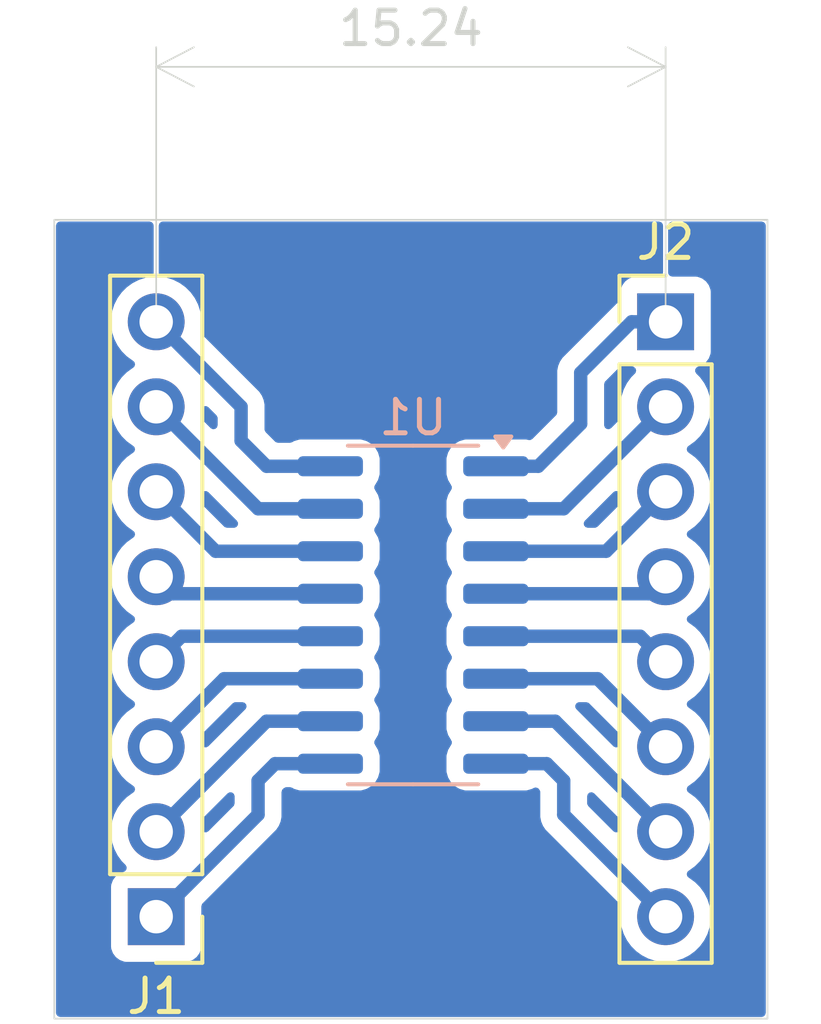
<source format=kicad_pcb>
(kicad_pcb (version 20241229) (generator "pcbnew") (generator_version "9.0")
  (layers (0 "F.Cu" signal) (2 "B.Cu" signal) (13 "F.Paste" user) (15 "B.Paste" user) (5 "F.SilkS" user "F.Silkscreen") (7 "B.SilkS" user "B.Silkscreen") (1 "F.Mask" user) (3 "B.Mask" user) (25 "Edge.Cuts" user))
  (net 0 "")
  (net 1 "/P10")
  (net 2 "/P9")
  (net 3 "/P14")
  (net 4 "/P16")
  (net 5 "/P15")
  (net 6 "/P12")
  (net 7 "/P13")
  (net 8 "/P11")
  (net 9 "/P2")
  (net 10 "/P7")
  (net 11 "/P8")
  (net 12 "/P4")
  (net 13 "/P1")
  (net 14 "/P3")
  (net 15 "/P5")
  (net 16 "/P6")
  (footprint "Connector_PinHeader_2.54mm:PinHeader_1x08_P2.54mm_Vertical" (layer "F.Cu") (at 127 81.28)
    (property "Reference" "J2" (at 0 -2.38 0) (layer "F.SilkS"))
    (property "Value" "Conn_01x08")
    (fp_line (start -1.38 -1.38) (end 0 -1.38) (stroke (width 0.12)) (layer "F.SilkS"))
    (fp_line (start -1.38 0) (end -1.38 -1.38) (stroke (width 0.12)) (layer "F.SilkS"))
    (fp_line (start -1.38 1.27) (end -1.38 19.16) (stroke (width 0.12)) (layer "F.SilkS"))
    (fp_line (start -1.38 1.27) (end 1.38 1.27) (stroke (width 0.12)) (layer "F.SilkS"))
    (fp_line (start -1.38 19.16) (end 1.38 19.16) (stroke (width 0.12)) (layer "F.SilkS"))
    (fp_line (start 1.38 1.27) (end 1.38 19.16) (stroke (width 0.12)) (layer "F.SilkS"))
    (pad "1" thru_hole rect (at 0 0) (size 1.7 1.7) (drill 1) (layers "*.Cu" "*.Mask") (net 13 "/P1"))
    (pad "2" thru_hole circle (at 0 2.54) (size 1.7 1.7) (drill 1) (layers "*.Cu" "*.Mask") (net 9 "/P2"))
    (pad "3" thru_hole circle (at 0 5.08) (size 1.7 1.7) (drill 1) (layers "*.Cu" "*.Mask") (net 14 "/P3"))
    (pad "4" thru_hole circle (at 0 7.62) (size 1.7 1.7) (drill 1) (layers "*.Cu" "*.Mask") (net 12 "/P4"))
    (pad "5" thru_hole circle (at 0 10.16) (size 1.7 1.7) (drill 1) (layers "*.Cu" "*.Mask") (net 15 "/P5"))
    (pad "6" thru_hole circle (at 0 12.7) (size 1.7 1.7) (drill 1) (layers "*.Cu" "*.Mask") (net 16 "/P6"))
    (pad "7" thru_hole circle (at 0 15.24) (size 1.7 1.7) (drill 1) (layers "*.Cu" "*.Mask") (net 10 "/P7"))
    (pad "8" thru_hole circle (at 0 17.78) (size 1.7 1.7) (drill 1) (layers "*.Cu" "*.Mask") (net 11 "/P8"))
  )
  (footprint "Connector_PinHeader_2.54mm:PinHeader_1x08_P2.54mm_Vertical" (layer "F.Cu") (at 111.76 99.06 180)
    (property "Reference" "J1" (at 0 -2.38 0) (layer "F.SilkS"))
    (property "Value" "Conn_01x08")
    (fp_line (start 1.38 1.27) (end 1.38 19.16) (stroke (width 0.12)) (layer "F.SilkS"))
    (fp_line (start -1.38 19.16) (end 1.38 19.16) (stroke (width 0.12)) (layer "F.SilkS"))
    (fp_line (start -1.38 1.27) (end 1.38 1.27) (stroke (width 0.12)) (layer "F.SilkS"))
    (fp_line (start -1.38 1.27) (end -1.38 19.16) (stroke (width 0.12)) (layer "F.SilkS"))
    (fp_line (start -1.38 0) (end -1.38 -1.38) (stroke (width 0.12)) (layer "F.SilkS"))
    (fp_line (start -1.38 -1.38) (end 0 -1.38) (stroke (width 0.12)) (layer "F.SilkS"))
    (pad "1" thru_hole rect (at 0 0 180) (size 1.7 1.7) (drill 1) (layers "*.Cu" "*.Mask") (net 2 "/P9"))
    (pad "2" thru_hole circle (at 0 2.54 180) (size 1.7 1.7) (drill 1) (layers "*.Cu" "*.Mask") (net 1 "/P10"))
    (pad "3" thru_hole circle (at 0 5.08 180) (size 1.7 1.7) (drill 1) (layers "*.Cu" "*.Mask") (net 8 "/P11"))
    (pad "4" thru_hole circle (at 0 7.62 180) (size 1.7 1.7) (drill 1) (layers "*.Cu" "*.Mask") (net 6 "/P12"))
    (pad "5" thru_hole circle (at 0 10.16 180) (size 1.7 1.7) (drill 1) (layers "*.Cu" "*.Mask") (net 7 "/P13"))
    (pad "6" thru_hole circle (at 0 12.7 180) (size 1.7 1.7) (drill 1) (layers "*.Cu" "*.Mask") (net 3 "/P14"))
    (pad "7" thru_hole circle (at 0 15.24 180) (size 1.7 1.7) (drill 1) (layers "*.Cu" "*.Mask") (net 5 "/P15"))
    (pad "8" thru_hole circle (at 0 17.78 180) (size 1.7 1.7) (drill 1) (layers "*.Cu" "*.Mask") (net 4 "/P16"))
  )
  (footprint "Package_SO:SOIC-16_3.9x9.9mm_P1.27mm" (layer "B.Cu") (at 119.445 90.043 180)
    (property "Reference" "U1" (at 0 5.9 180) (layer "B.SilkS") (effects (justify mirror)))
    (property "Value" "MAX3232")
    (fp_line (start 0 5.06) (end 1.95 5.06) (stroke (width 0.12)) (layer "B.SilkS"))
    (fp_line (start 0 5.06) (end -1.95 5.06) (stroke (width 0.12)) (layer "B.SilkS"))
    (fp_line (start 0 -5.06) (end 1.95 -5.06) (stroke (width 0.12)) (layer "B.SilkS"))
    (fp_line (start 0 -5.06) (end -1.95 -5.06) (stroke (width 0.12)) (layer "B.SilkS"))
    (fp_poly (pts (xy -2.7 5.005) (xy -2.94 5.335) (xy -2.46 5.335)) (stroke (width 0.12)) (fill yes) (layer "B.SilkS"))
    (pad "1" smd roundrect (at -2.475 4.445 180) (size 1.95 0.6) (layers "B.Cu" "B.Mask" "B.Paste") (net 13 "/P1"))
    (pad "2" smd roundrect (at -2.475 3.175 180) (size 1.95 0.6) (layers "B.Cu" "B.Mask" "B.Paste") (net 9 "/P2"))
    (pad "3" smd roundrect (at -2.475 1.905 180) (size 1.95 0.6) (layers "B.Cu" "B.Mask" "B.Paste") (net 14 "/P3"))
    (pad "4" smd roundrect (at -2.475 0.635 180) (size 1.95 0.6) (layers "B.Cu" "B.Mask" "B.Paste") (net 12 "/P4"))
    (pad "5" smd roundrect (at -2.475 -0.635 180) (size 1.95 0.6) (layers "B.Cu" "B.Mask" "B.Paste") (net 15 "/P5"))
    (pad "6" smd roundrect (at -2.475 -1.905 180) (size 1.95 0.6) (layers "B.Cu" "B.Mask" "B.Paste") (net 16 "/P6"))
    (pad "7" smd roundrect (at -2.475 -3.175 180) (size 1.95 0.6) (layers "B.Cu" "B.Mask" "B.Paste") (net 10 "/P7"))
    (pad "8" smd roundrect (at -2.475 -4.445 180) (size 1.95 0.6) (layers "B.Cu" "B.Mask" "B.Paste") (net 11 "/P8"))
    (pad "9" smd roundrect (at 2.475 -4.445 180) (size 1.95 0.6) (layers "B.Cu" "B.Mask" "B.Paste") (net 2 "/P9"))
    (pad "10" smd roundrect (at 2.475 -3.175 180) (size 1.95 0.6) (layers "B.Cu" "B.Mask" "B.Paste") (net 1 "/P10"))
    (pad "11" smd roundrect (at 2.475 -1.905 180) (size 1.95 0.6) (layers "B.Cu" "B.Mask" "B.Paste") (net 8 "/P11"))
    (pad "12" smd roundrect (at 2.475 -0.635 180) (size 1.95 0.6) (layers "B.Cu" "B.Mask" "B.Paste") (net 6 "/P12"))
    (pad "13" smd roundrect (at 2.475 0.635 180) (size 1.95 0.6) (layers "B.Cu" "B.Mask" "B.Paste") (net 7 "/P13"))
    (pad "14" smd roundrect (at 2.475 1.905 180) (size 1.95 0.6) (layers "B.Cu" "B.Mask" "B.Paste") (net 3 "/P14"))
    (pad "15" smd roundrect (at 2.475 3.175 180) (size 1.95 0.6) (layers "B.Cu" "B.Mask" "B.Paste") (net 5 "/P15"))
    (pad "16" smd roundrect (at 2.475 4.445 180) (size 1.95 0.6) (layers "B.Cu" "B.Mask" "B.Paste") (net 4 "/P16"))
  )
  (gr_rect (start 108.712 78.232) (end 130.048 102.108) (stroke (width 0.05)) (fill no) (layer "Edge.Cuts"))
  (dimension (type orthogonal) (layer "Edge.Cuts") (pts (xy 127 81.28) (xy 111.76 81.28)) (height -7.62) (orientation 0) (format (prefix "") (suffix "") (units 3) (units_format 0) (precision 4) (suppress_zeroes yes)) (style (thickness 0.05) (arrow_length 1.27) (text_position_mode 0) (arrow_direction outward) (extension_height 0.58642) (extension_offset 0.5) (keep_text_aligned yes)) (gr_text "15,24" (at 119.38 72.51 0) (layer "Edge.Cuts") (effects (font (size 1 1) (thickness 0.15)))))
  (segment (start 115.062 93.218) (end 111.76 96.52) (width 0.4) (layer "B.Cu") (net 1))
  (segment (start 116.97 93.218) (end 115.062 93.218) (width 0.4) (layer "B.Cu") (net 1))
  (segment (start 116.97 94.488) (end 115.316 94.488) (width 0.4) (layer "B.Cu") (net 2))
  (segment (start 115.316 94.488) (end 114.808 94.996) (width 0.4) (layer "B.Cu") (net 2))
  (segment (start 114.808 94.996) (end 114.808 96.012) (width 0.4) (layer "B.Cu") (net 2))
  (segment (start 114.808 96.012) (end 111.76 99.06) (width 0.4) (layer "B.Cu") (net 2))
  (segment (start 113.538 88.138) (end 111.76 86.36) (width 0.4) (layer "B.Cu") (net 3))
  (segment (start 116.97 88.138) (end 113.538 88.138) (width 0.4) (layer "B.Cu") (net 3))
  (segment (start 115.062 85.598) (end 114.3 84.836) (width 0.4) (layer "B.Cu") (net 4))
  (segment (start 114.3 83.82) (end 111.76 81.28) (width 0.4) (layer "B.Cu") (net 4))
  (segment (start 114.3 84.836) (end 114.3 83.82) (width 0.4) (layer "B.Cu") (net 4))
  (segment (start 116.97 85.598) (end 115.062 85.598) (width 0.4) (layer "B.Cu") (net 4))
  (segment (start 114.808 86.868) (end 111.76 83.82) (width 0.4) (layer "B.Cu") (net 5))
  (segment (start 116.97 86.868) (end 114.808 86.868) (width 0.4) (layer "B.Cu") (net 5))
  (segment (start 116.97 90.678) (end 112.522 90.678) (width 0.4) (layer "B.Cu") (net 6))
  (segment (start 112.522 90.678) (end 111.76 91.44) (width 0.4) (layer "B.Cu") (net 6))
  (segment (start 116.97 89.408) (end 112.268 89.408) (width 0.4) (layer "B.Cu") (net 7))
  (segment (start 112.268 89.408) (end 111.76 88.9) (width 0.4) (layer "B.Cu") (net 7))
  (segment (start 113.792 91.948) (end 111.76 93.98) (width 0.4) (layer "B.Cu") (net 8))
  (segment (start 116.97 91.948) (end 113.792 91.948) (width 0.4) (layer "B.Cu") (net 8))
  (segment (start 123.952 86.868) (end 127 83.82) (width 0.4) (layer "B.Cu") (net 9))
  (segment (start 121.92 86.868) (end 123.952 86.868) (width 0.4) (layer "B.Cu") (net 9))
  (segment (start 123.698 93.218) (end 127 96.52) (width 0.4) (layer "B.Cu") (net 10))
  (segment (start 121.92 93.218) (end 123.698 93.218) (width 0.4) (layer "B.Cu") (net 10))
  (segment (start 123.444 94.488) (end 123.952 94.996) (width 0.4) (layer "B.Cu") (net 11))
  (segment (start 123.952 96.012) (end 127 99.06) (width 0.4) (layer "B.Cu") (net 11))
  (segment (start 123.952 94.996) (end 123.952 96.012) (width 0.4) (layer "B.Cu") (net 11))
  (segment (start 121.92 94.488) (end 123.444 94.488) (width 0.4) (layer "B.Cu") (net 11))
  (segment (start 121.92 89.408) (end 126.492 89.408) (width 0.4) (layer "B.Cu") (net 12))
  (segment (start 126.492 89.408) (end 127 88.9) (width 0.4) (layer "B.Cu") (net 12))
  (segment (start 121.92 85.598) (end 123.19 85.598) (width 0.4) (layer "B.Cu") (net 13))
  (segment (start 123.19 85.598) (end 124.46 84.328) (width 0.4) (layer "B.Cu") (net 13))
  (segment (start 124.46 84.328) (end 124.46 82.804) (width 0.4) (layer "B.Cu") (net 13))
  (segment (start 124.46 82.804) (end 125.984 81.28) (width 0.4) (layer "B.Cu") (net 13))
  (segment (start 125.984 81.28) (end 127 81.28) (width 0.4) (layer "B.Cu") (net 13))
  (segment (start 121.92 88.138) (end 125.222 88.138) (width 0.4) (layer "B.Cu") (net 14))
  (segment (start 125.222 88.138) (end 127 86.36) (width 0.4) (layer "B.Cu") (net 14))
  (segment (start 126.238 90.678) (end 127 91.44) (width 0.4) (layer "B.Cu") (net 15))
  (segment (start 121.92 90.678) (end 126.238 90.678) (width 0.4) (layer "B.Cu") (net 15))
  (segment (start 124.968 91.948) (end 127 93.98) (width 0.4) (layer "B.Cu") (net 16))
  (segment (start 121.92 91.948) (end 124.968 91.948) (width 0.4) (layer "B.Cu") (net 16))
  (zone (net 0) (net_name "") (layer "B.Cu") (connect_pads (clearance 0.5)) (min_thickness 0.25) (fill yes (thermal_gap 0.5) (thermal_bridge_width 0.5) (island_removal_mode 1) (island_area_min 10))
    (polygon (pts (xy 108.712 78.232) (xy 130.048 78.232) (xy 130.048 102.108) (xy 108.712 102.108)))
  )
)
</source>
